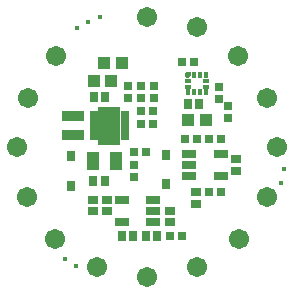
<source format=gbs>
G04*
G04 #@! TF.GenerationSoftware,Altium Limited,Altium Designer,19.1.5 (86)*
G04*
G04 Layer_Color=16711935*
%FSAX25Y25*%
%MOIN*%
G70*
G01*
G75*
%ADD12C,0.01784*%
%ADD13C,0.06706*%
%ADD38R,0.02572X0.03556*%
%ADD39R,0.02769X0.03162*%
%ADD40R,0.03162X0.02769*%
%ADD41R,0.03320X0.03162*%
%ADD42R,0.03162X0.03320*%
%ADD43R,0.03950X0.03950*%
%ADD44R,0.01883X0.01784*%
%ADD45R,0.01784X0.01883*%
%ADD46R,0.01194X0.01194*%
%ADD47R,0.04540X0.02690*%
%ADD48R,0.02769X0.01981*%
%ADD49R,0.07690X0.13005*%
%ADD50R,0.07493X0.03556*%
%ADD51R,0.04343X0.05918*%
G36*
X0166709Y0185045D02*
X0166733Y0185043D01*
X0166733Y0185043D01*
X0166733D01*
X0166759Y0185038D01*
X0166785Y0185033D01*
X0166785Y0185033D01*
X0166785Y0185033D01*
X0166803Y0185027D01*
X0166834Y0185016D01*
X0166834Y0185016D01*
X0166834Y0185016D01*
X0166856Y0185005D01*
X0166882Y0184993D01*
X0166882Y0184993D01*
X0166882Y0184993D01*
X0166899Y0184981D01*
X0166925Y0184964D01*
X0166925Y0184964D01*
X0166925Y0184964D01*
X0166937Y0184953D01*
X0166964Y0184929D01*
X0166964Y0184929D01*
X0166965Y0184929D01*
X0166989Y0184901D01*
X0166999Y0184890D01*
X0166999Y0184890D01*
X0166999Y0184890D01*
X0167016Y0184864D01*
X0167028Y0184846D01*
X0167028Y0184846D01*
X0167028Y0184846D01*
X0167041Y0184820D01*
X0167051Y0184799D01*
X0167051Y0184799D01*
X0167051Y0184799D01*
X0167062Y0184768D01*
X0167068Y0184749D01*
X0167068Y0184749D01*
X0167068Y0184749D01*
X0167074Y0184723D01*
X0167078Y0184698D01*
Y0184698D01*
X0167078Y0184698D01*
X0167080Y0184673D01*
X0167082Y0184646D01*
X0167082Y0183908D01*
Y0183908D01*
Y0183908D01*
X0167080Y0183880D01*
X0167079Y0183855D01*
X0167079Y0183855D01*
Y0183855D01*
X0167074Y0183830D01*
X0167069Y0183804D01*
X0167069Y0183804D01*
X0167068Y0183804D01*
X0167059Y0183776D01*
X0167052Y0183754D01*
X0167052Y0183754D01*
X0167052Y0183754D01*
X0167037Y0183724D01*
X0167028Y0183707D01*
X0167028Y0183707D01*
X0167028Y0183707D01*
X0167017Y0183690D01*
X0166999Y0183664D01*
X0166999Y0183664D01*
X0166999Y0183664D01*
X0166989Y0183652D01*
X0166965Y0183624D01*
X0166965Y0183624D01*
X0166965Y0183624D01*
X0166620Y0183280D01*
X0166620Y0183280D01*
X0166620Y0183280D01*
X0166581Y0183245D01*
X0166552Y0183226D01*
X0166537Y0183216D01*
X0166537Y0183216D01*
D01*
X0166536Y0183215D01*
X0166490Y0183193D01*
X0166487Y0183192D01*
X0166440Y0183176D01*
X0166409Y0183170D01*
X0166389Y0183166D01*
X0166337Y0183162D01*
X0166337D01*
X0166337D01*
X0165697Y0183162D01*
X0165645Y0183166D01*
X0165624Y0183170D01*
X0165593Y0183176D01*
X0165543Y0183193D01*
X0165496Y0183216D01*
D01*
X0165496Y0183216D01*
X0165482Y0183226D01*
X0165453Y0183245D01*
X0165413Y0183280D01*
X0165413Y0183280D01*
X0165413Y0183280D01*
X0165379Y0183319D01*
X0165359Y0183348D01*
X0165350Y0183363D01*
X0165350Y0183363D01*
D01*
X0165326Y0183410D01*
X0165310Y0183459D01*
X0165304Y0183490D01*
X0165299Y0183511D01*
X0165296Y0183563D01*
Y0184646D01*
X0165299Y0184698D01*
X0165310Y0184749D01*
X0165326Y0184799D01*
X0165350Y0184846D01*
X0165379Y0184890D01*
X0165413Y0184929D01*
X0165453Y0184964D01*
X0165496Y0184993D01*
X0165543Y0185016D01*
X0165593Y0185033D01*
X0165645Y0185043D01*
X0165697Y0185047D01*
X0166681D01*
X0166709Y0185045D01*
D02*
G37*
D12*
X0198315Y0152520D02*
D03*
X0197252Y0148150D02*
D03*
X0136728Y0203413D02*
D03*
X0132902Y0201760D02*
D03*
X0129051Y0199752D02*
D03*
X0128736Y0120236D02*
D03*
X0125087Y0122598D02*
D03*
D13*
X0192328Y0176351D02*
D03*
X0182803Y0190315D02*
D03*
X0152488Y0203307D02*
D03*
X0169021Y0199928D02*
D03*
D03*
X0195768Y0159933D02*
D03*
X0182803Y0190315D02*
D03*
X0152488Y0203307D02*
D03*
D03*
D03*
X0122173Y0190315D02*
D03*
X0112685Y0176440D02*
D03*
X0109181Y0159933D02*
D03*
X0112554Y0143386D02*
D03*
X0121780Y0129291D02*
D03*
X0135867Y0119854D02*
D03*
X0152461Y0116693D02*
D03*
X0169067Y0119872D02*
D03*
X0183197Y0129291D02*
D03*
X0192340Y0143416D02*
D03*
D38*
X0127134Y0147110D02*
D03*
Y0156953D02*
D03*
X0158709Y0157402D02*
D03*
Y0147559D02*
D03*
D39*
X0160126Y0130354D02*
D03*
X0164063D02*
D03*
X0150638Y0167835D02*
D03*
X0154575D02*
D03*
X0150638Y0172165D02*
D03*
X0154575D02*
D03*
X0164315Y0188504D02*
D03*
X0168252D02*
D03*
X0148126Y0158264D02*
D03*
X0152063D02*
D03*
X0173236Y0144882D02*
D03*
X0177173D02*
D03*
X0177173Y0162559D02*
D03*
X0173236D02*
D03*
X0165323D02*
D03*
X0169260D02*
D03*
D40*
X0154969Y0180315D02*
D03*
Y0176378D02*
D03*
X0150638Y0180276D02*
D03*
Y0176339D02*
D03*
X0146307Y0180276D02*
D03*
Y0176339D02*
D03*
X0179535Y0169685D02*
D03*
Y0173622D02*
D03*
X0176347Y0179842D02*
D03*
Y0175906D02*
D03*
X0148142Y0150169D02*
D03*
Y0154106D02*
D03*
D41*
X0139220Y0142441D02*
D03*
Y0138661D02*
D03*
X0134614Y0142402D02*
D03*
Y0138622D02*
D03*
X0160165Y0134961D02*
D03*
Y0138740D02*
D03*
X0168827Y0144882D02*
D03*
Y0141102D02*
D03*
X0182252Y0152087D02*
D03*
Y0155866D02*
D03*
D42*
X0155953Y0130276D02*
D03*
X0152173D02*
D03*
X0144024D02*
D03*
X0147803D02*
D03*
X0166189Y0174331D02*
D03*
X0169968D02*
D03*
X0134653Y0148622D02*
D03*
X0138433D02*
D03*
X0134693Y0176575D02*
D03*
X0138472D02*
D03*
D43*
X0166228Y0168858D02*
D03*
X0172134D02*
D03*
X0138146Y0187846D02*
D03*
X0144051D02*
D03*
X0134693Y0182008D02*
D03*
X0140598D02*
D03*
D44*
X0166189Y0182126D02*
D03*
Y0180157D02*
D03*
X0172095D02*
D03*
X0172095Y0182126D02*
D03*
D45*
X0166189Y0178189D02*
D03*
X0168157D02*
D03*
X0170126D02*
D03*
X0172095D02*
D03*
Y0184095D02*
D03*
X0170126D02*
D03*
X0168157D02*
D03*
D46*
X0166189D02*
D03*
D47*
X0154654Y0142441D02*
D03*
Y0134961D02*
D03*
X0144024D02*
D03*
Y0142441D02*
D03*
X0154654Y0138701D02*
D03*
X0166543Y0150236D02*
D03*
Y0157717D02*
D03*
X0177173D02*
D03*
Y0150236D02*
D03*
X0166543Y0153976D02*
D03*
D48*
X0134673Y0163181D02*
D03*
Y0165150D02*
D03*
Y0167118D02*
D03*
Y0169087D02*
D03*
Y0171055D02*
D03*
X0145106D02*
D03*
Y0169087D02*
D03*
Y0167118D02*
D03*
Y0165150D02*
D03*
Y0163181D02*
D03*
D49*
X0139890Y0167118D02*
D03*
D50*
X0127842Y0170276D02*
D03*
Y0163976D02*
D03*
D51*
X0142095Y0155315D02*
D03*
X0134614D02*
D03*
M02*

</source>
